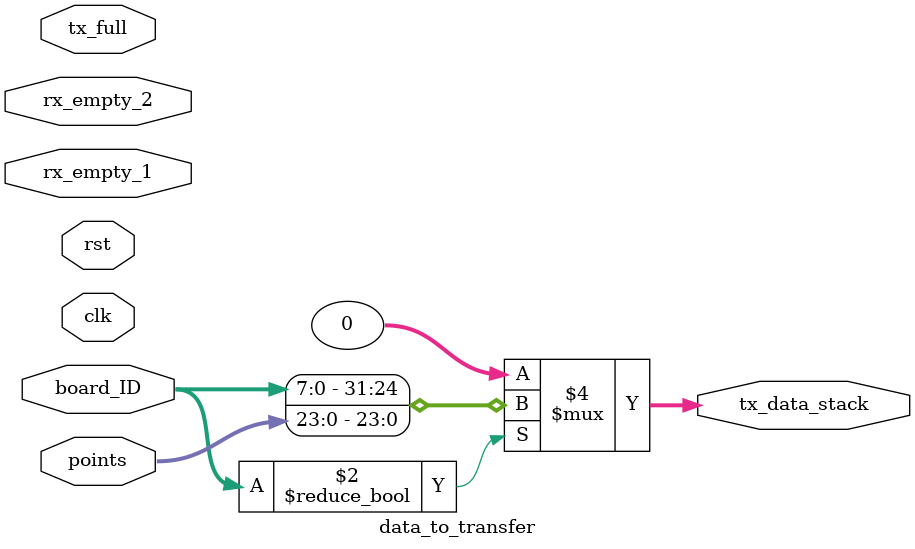
<source format=v>
`timescale 1ns / 1ps


module data_to_transfer(
    input wire clk,
    input wire rst,
    input wire [7:0]  board_ID,
    input wire [23:0] points,
    input wire tx_full,
    input wire rx_empty_1, rx_empty_2,
    
    output reg [31:0] tx_data_stack
    );
    
    always@*begin
        if(board_ID != 0) tx_data_stack = {board_ID, points};
        else tx_data_stack = 0;
    end  
  /*  
  
   input 

    output 31:0 ext_data
    
    reg 7:0 data1, data2 data3 data4
    reg 7:0 data1, data2 data3 data4_nxt
    reg 31:0 ext_data_nxt
    
    always sequential
    end
    
    always@
    if(data1 == 0) data1_nxt = input
    else if( data2 == 0) data1_nxt = input
    else if( data3 == 0) data1_nxt = input
    else( data4 == 0) data1_nxt = input
    if(data4 != 0) begin
    ext_data_nxt = {data1, data2, data3, data4}
    data1 = 0
    data2 = 0
    else ext_data_nxt = ext_data
    ..
    */
endmodule

</source>
